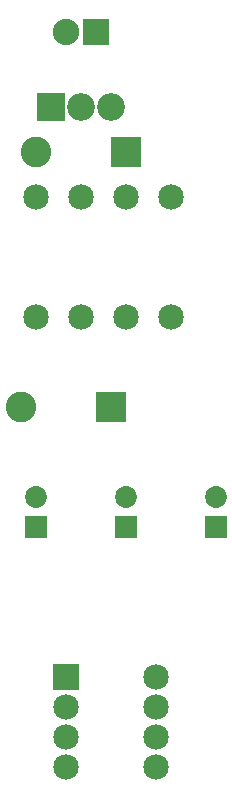
<source format=gbs>
G04 MADE WITH FRITZING*
G04 WWW.FRITZING.ORG*
G04 DOUBLE SIDED*
G04 HOLES PLATED*
G04 CONTOUR ON CENTER OF CONTOUR VECTOR*
%ASAXBY*%
%FSLAX23Y23*%
%MOIN*%
%OFA0B0*%
%SFA1.0B1.0*%
%ADD10C,0.085000*%
%ADD11C,0.092000*%
%ADD12C,0.088000*%
%ADD13C,0.102000*%
%ADD14C,0.072992*%
%ADD15R,0.085000X0.085000*%
%ADD16R,0.092000X0.092000*%
%ADD17R,0.088000X0.088000*%
%ADD18R,0.102000X0.102000*%
%ADD19R,0.072992X0.072992*%
%LNMASK0*%
G90*
G70*
G54D10*
X320Y861D03*
X620Y861D03*
X320Y761D03*
X620Y761D03*
X320Y661D03*
X620Y661D03*
X320Y561D03*
X620Y561D03*
G54D11*
X270Y2761D03*
X370Y2761D03*
X470Y2761D03*
G54D12*
X420Y3011D03*
X320Y3011D03*
G54D13*
X520Y2611D03*
X220Y2611D03*
X470Y1761D03*
X170Y1761D03*
G54D10*
X220Y2061D03*
X220Y2461D03*
G54D14*
X520Y1362D03*
X520Y1461D03*
X220Y1362D03*
X220Y1461D03*
X820Y1362D03*
X820Y1461D03*
G54D10*
X670Y2061D03*
X670Y2461D03*
X520Y2061D03*
X520Y2461D03*
X370Y2061D03*
X370Y2461D03*
G54D15*
X320Y861D03*
G54D16*
X270Y2761D03*
G54D17*
X420Y3011D03*
G54D18*
X520Y2611D03*
X470Y1761D03*
G54D19*
X520Y1362D03*
X220Y1362D03*
X820Y1362D03*
G04 End of Mask0*
M02*
</source>
